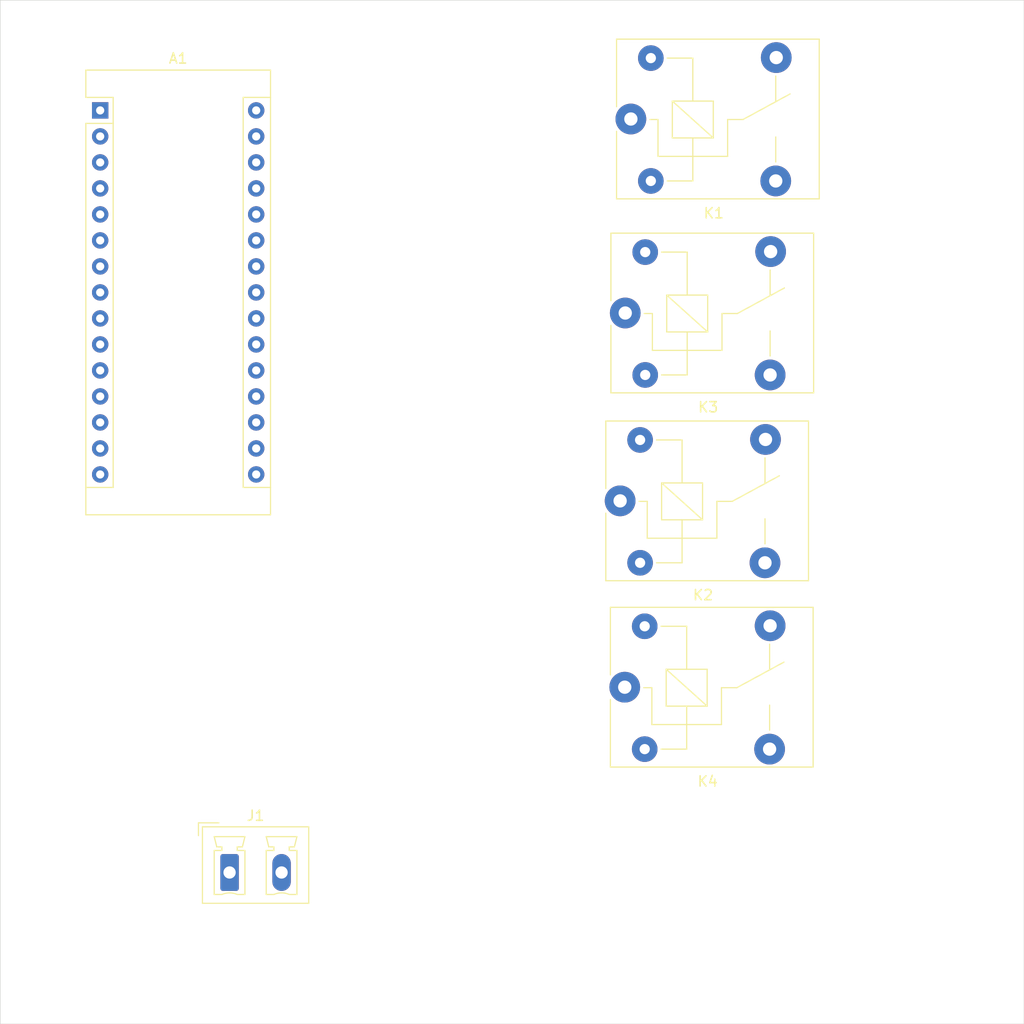
<source format=kicad_pcb>
(kicad_pcb (version 20171130) (host pcbnew 5.1.2-f72e74a~84~ubuntu18.04.1)

  (general
    (thickness 1.6)
    (drawings 4)
    (tracks 0)
    (zones 0)
    (modules 6)
    (nets 53)
  )

  (page A4)
  (layers
    (0 F.Cu signal)
    (31 B.Cu signal)
    (32 B.Adhes user)
    (33 F.Adhes user)
    (34 B.Paste user)
    (35 F.Paste user)
    (36 B.SilkS user)
    (37 F.SilkS user)
    (38 B.Mask user)
    (39 F.Mask user)
    (40 Dwgs.User user)
    (41 Cmts.User user)
    (42 Eco1.User user)
    (43 Eco2.User user)
    (44 Edge.Cuts user)
    (45 Margin user)
    (46 B.CrtYd user)
    (47 F.CrtYd user)
    (48 B.Fab user)
    (49 F.Fab user)
  )

  (setup
    (last_trace_width 0.25)
    (trace_clearance 0.2)
    (zone_clearance 0.508)
    (zone_45_only no)
    (trace_min 0.2)
    (via_size 0.8)
    (via_drill 0.4)
    (via_min_size 0.4)
    (via_min_drill 0.3)
    (uvia_size 0.3)
    (uvia_drill 0.1)
    (uvias_allowed no)
    (uvia_min_size 0.2)
    (uvia_min_drill 0.1)
    (edge_width 0.05)
    (segment_width 0.2)
    (pcb_text_width 0.3)
    (pcb_text_size 1.5 1.5)
    (mod_edge_width 0.12)
    (mod_text_size 1 1)
    (mod_text_width 0.15)
    (pad_size 1.524 1.524)
    (pad_drill 0.762)
    (pad_to_mask_clearance 0.051)
    (solder_mask_min_width 0.25)
    (aux_axis_origin 0 0)
    (visible_elements FFFFFF7F)
    (pcbplotparams
      (layerselection 0x010fc_ffffffff)
      (usegerberextensions false)
      (usegerberattributes false)
      (usegerberadvancedattributes false)
      (creategerberjobfile false)
      (excludeedgelayer true)
      (linewidth 0.100000)
      (plotframeref false)
      (viasonmask false)
      (mode 1)
      (useauxorigin false)
      (hpglpennumber 1)
      (hpglpenspeed 20)
      (hpglpendiameter 15.000000)
      (psnegative false)
      (psa4output false)
      (plotreference true)
      (plotvalue true)
      (plotinvisibletext false)
      (padsonsilk false)
      (subtractmaskfromsilk false)
      (outputformat 1)
      (mirror false)
      (drillshape 1)
      (scaleselection 1)
      (outputdirectory ""))
  )

  (net 0 "")
  (net 1 "Net-(A1-Pad16)")
  (net 2 "Net-(A1-Pad15)")
  (net 3 "Net-(A1-Pad30)")
  (net 4 "Net-(A1-Pad14)")
  (net 5 "Net-(A1-Pad29)")
  (net 6 "Net-(A1-Pad13)")
  (net 7 "Net-(A1-Pad28)")
  (net 8 "Net-(A1-Pad12)")
  (net 9 "Net-(A1-Pad27)")
  (net 10 "Net-(A1-Pad11)")
  (net 11 "Net-(A1-Pad26)")
  (net 12 "Net-(A1-Pad10)")
  (net 13 "Net-(A1-Pad25)")
  (net 14 "Net-(A1-Pad9)")
  (net 15 "Net-(A1-Pad24)")
  (net 16 "Net-(A1-Pad8)")
  (net 17 "Net-(A1-Pad23)")
  (net 18 "Net-(A1-Pad7)")
  (net 19 "Net-(A1-Pad22)")
  (net 20 "Net-(A1-Pad6)")
  (net 21 "Net-(A1-Pad21)")
  (net 22 "Net-(A1-Pad5)")
  (net 23 "Net-(A1-Pad20)")
  (net 24 "Net-(A1-Pad4)")
  (net 25 "Net-(A1-Pad19)")
  (net 26 "Net-(A1-Pad3)")
  (net 27 "Net-(A1-Pad18)")
  (net 28 "Net-(A1-Pad2)")
  (net 29 "Net-(A1-Pad17)")
  (net 30 "Net-(A1-Pad1)")
  (net 31 "Net-(K1-Pad1)")
  (net 32 "Net-(K1-Pad5)")
  (net 33 "Net-(K1-Pad4)")
  (net 34 "Net-(K1-Pad3)")
  (net 35 "Net-(K1-Pad2)")
  (net 36 "Net-(K2-Pad1)")
  (net 37 "Net-(K2-Pad5)")
  (net 38 "Net-(K2-Pad4)")
  (net 39 "Net-(K2-Pad3)")
  (net 40 "Net-(K2-Pad2)")
  (net 41 "Net-(K3-Pad1)")
  (net 42 "Net-(K3-Pad5)")
  (net 43 "Net-(K3-Pad4)")
  (net 44 "Net-(K3-Pad3)")
  (net 45 "Net-(K3-Pad2)")
  (net 46 "Net-(K4-Pad1)")
  (net 47 "Net-(K4-Pad5)")
  (net 48 "Net-(K4-Pad4)")
  (net 49 "Net-(K4-Pad3)")
  (net 50 "Net-(K4-Pad2)")
  (net 51 "Net-(J1-Pad2)")
  (net 52 "Net-(J1-Pad1)")

  (net_class Default "This is the default net class."
    (clearance 0.2)
    (trace_width 0.25)
    (via_dia 0.8)
    (via_drill 0.4)
    (uvia_dia 0.3)
    (uvia_drill 0.1)
    (add_net "Net-(A1-Pad1)")
    (add_net "Net-(A1-Pad10)")
    (add_net "Net-(A1-Pad11)")
    (add_net "Net-(A1-Pad12)")
    (add_net "Net-(A1-Pad13)")
    (add_net "Net-(A1-Pad14)")
    (add_net "Net-(A1-Pad15)")
    (add_net "Net-(A1-Pad16)")
    (add_net "Net-(A1-Pad17)")
    (add_net "Net-(A1-Pad18)")
    (add_net "Net-(A1-Pad19)")
    (add_net "Net-(A1-Pad2)")
    (add_net "Net-(A1-Pad20)")
    (add_net "Net-(A1-Pad21)")
    (add_net "Net-(A1-Pad22)")
    (add_net "Net-(A1-Pad23)")
    (add_net "Net-(A1-Pad24)")
    (add_net "Net-(A1-Pad25)")
    (add_net "Net-(A1-Pad26)")
    (add_net "Net-(A1-Pad27)")
    (add_net "Net-(A1-Pad28)")
    (add_net "Net-(A1-Pad29)")
    (add_net "Net-(A1-Pad3)")
    (add_net "Net-(A1-Pad30)")
    (add_net "Net-(A1-Pad4)")
    (add_net "Net-(A1-Pad5)")
    (add_net "Net-(A1-Pad6)")
    (add_net "Net-(A1-Pad7)")
    (add_net "Net-(A1-Pad8)")
    (add_net "Net-(A1-Pad9)")
    (add_net "Net-(J1-Pad1)")
    (add_net "Net-(J1-Pad2)")
    (add_net "Net-(K1-Pad1)")
    (add_net "Net-(K1-Pad2)")
    (add_net "Net-(K1-Pad3)")
    (add_net "Net-(K1-Pad4)")
    (add_net "Net-(K1-Pad5)")
    (add_net "Net-(K2-Pad1)")
    (add_net "Net-(K2-Pad2)")
    (add_net "Net-(K2-Pad3)")
    (add_net "Net-(K2-Pad4)")
    (add_net "Net-(K2-Pad5)")
    (add_net "Net-(K3-Pad1)")
    (add_net "Net-(K3-Pad2)")
    (add_net "Net-(K3-Pad3)")
    (add_net "Net-(K3-Pad4)")
    (add_net "Net-(K3-Pad5)")
    (add_net "Net-(K4-Pad1)")
    (add_net "Net-(K4-Pad2)")
    (add_net "Net-(K4-Pad3)")
    (add_net "Net-(K4-Pad4)")
    (add_net "Net-(K4-Pad5)")
  )

  (module Connector_Phoenix_MC_HighVoltage:PhoenixContact_MCV_1,5_2-G-5.08_1x02_P5.08mm_Vertical (layer F.Cu) (tedit 5B784ED3) (tstamp 5CC4AC0B)
    (at 102.4 135.2)
    (descr "Generic Phoenix Contact connector footprint for: MCV_1,5/2-G-5.08; number of pins: 02; pin pitch: 5.08mm; Vertical || order number: 1836299 8A 320V")
    (tags "phoenix_contact connector MCV_01x02_G_5.08mm")
    (path /5CC4B18F)
    (fp_text reference J1 (at 2.54 -5.55) (layer F.SilkS)
      (effects (font (size 1 1) (thickness 0.15)))
    )
    (fp_text value Screw_Terminal_01x02 (at 2.54 4.1) (layer F.Fab)
      (effects (font (size 1 1) (thickness 0.15)))
    )
    (fp_text user %R (at 2.54 -3.65) (layer F.Fab)
      (effects (font (size 1 1) (thickness 0.15)))
    )
    (fp_line (start -3.04 -4.85) (end -1.04 -4.85) (layer F.Fab) (width 0.1))
    (fp_line (start -3.04 -3.6) (end -3.04 -4.85) (layer F.Fab) (width 0.1))
    (fp_line (start -3.04 -4.85) (end -1.04 -4.85) (layer F.SilkS) (width 0.12))
    (fp_line (start -3.04 -3.6) (end -3.04 -4.85) (layer F.SilkS) (width 0.12))
    (fp_line (start 8.12 -4.85) (end -3.04 -4.85) (layer F.CrtYd) (width 0.05))
    (fp_line (start 8.12 3.4) (end 8.12 -4.85) (layer F.CrtYd) (width 0.05))
    (fp_line (start -3.04 3.4) (end 8.12 3.4) (layer F.CrtYd) (width 0.05))
    (fp_line (start -3.04 -4.85) (end -3.04 3.4) (layer F.CrtYd) (width 0.05))
    (fp_line (start 6.58 2.15) (end 5.83 2.15) (layer F.SilkS) (width 0.12))
    (fp_line (start 6.58 -2.15) (end 6.58 2.15) (layer F.SilkS) (width 0.12))
    (fp_line (start 5.83 -2.15) (end 6.58 -2.15) (layer F.SilkS) (width 0.12))
    (fp_line (start 5.83 -2.5) (end 5.83 -2.15) (layer F.SilkS) (width 0.12))
    (fp_line (start 6.33 -2.5) (end 5.83 -2.5) (layer F.SilkS) (width 0.12))
    (fp_line (start 6.58 -3.5) (end 6.33 -2.5) (layer F.SilkS) (width 0.12))
    (fp_line (start 3.58 -3.5) (end 6.58 -3.5) (layer F.SilkS) (width 0.12))
    (fp_line (start 3.83 -2.5) (end 3.58 -3.5) (layer F.SilkS) (width 0.12))
    (fp_line (start 4.33 -2.5) (end 3.83 -2.5) (layer F.SilkS) (width 0.12))
    (fp_line (start 4.33 -2.15) (end 4.33 -2.5) (layer F.SilkS) (width 0.12))
    (fp_line (start 3.58 -2.15) (end 4.33 -2.15) (layer F.SilkS) (width 0.12))
    (fp_line (start 3.58 2.15) (end 3.58 -2.15) (layer F.SilkS) (width 0.12))
    (fp_line (start 4.33 2.15) (end 3.58 2.15) (layer F.SilkS) (width 0.12))
    (fp_line (start 1.5 2.15) (end 0.75 2.15) (layer F.SilkS) (width 0.12))
    (fp_line (start 1.5 -2.15) (end 1.5 2.15) (layer F.SilkS) (width 0.12))
    (fp_line (start 0.75 -2.15) (end 1.5 -2.15) (layer F.SilkS) (width 0.12))
    (fp_line (start 0.75 -2.5) (end 0.75 -2.15) (layer F.SilkS) (width 0.12))
    (fp_line (start 1.25 -2.5) (end 0.75 -2.5) (layer F.SilkS) (width 0.12))
    (fp_line (start 1.5 -3.5) (end 1.25 -2.5) (layer F.SilkS) (width 0.12))
    (fp_line (start -1.5 -3.5) (end 1.5 -3.5) (layer F.SilkS) (width 0.12))
    (fp_line (start -1.25 -2.5) (end -1.5 -3.5) (layer F.SilkS) (width 0.12))
    (fp_line (start -0.75 -2.5) (end -1.25 -2.5) (layer F.SilkS) (width 0.12))
    (fp_line (start -0.75 -2.15) (end -0.75 -2.5) (layer F.SilkS) (width 0.12))
    (fp_line (start -1.5 -2.15) (end -0.75 -2.15) (layer F.SilkS) (width 0.12))
    (fp_line (start -1.5 2.15) (end -1.5 -2.15) (layer F.SilkS) (width 0.12))
    (fp_line (start -0.75 2.15) (end -1.5 2.15) (layer F.SilkS) (width 0.12))
    (fp_line (start 7.62 -4.35) (end -2.54 -4.35) (layer F.Fab) (width 0.1))
    (fp_line (start 7.62 2.9) (end 7.62 -4.35) (layer F.Fab) (width 0.1))
    (fp_line (start -2.54 2.9) (end 7.62 2.9) (layer F.Fab) (width 0.1))
    (fp_line (start -2.54 -4.35) (end -2.54 2.9) (layer F.Fab) (width 0.1))
    (fp_line (start 7.73 -4.46) (end -2.65 -4.46) (layer F.SilkS) (width 0.12))
    (fp_line (start 7.73 3.01) (end 7.73 -4.46) (layer F.SilkS) (width 0.12))
    (fp_line (start -2.65 3.01) (end 7.73 3.01) (layer F.SilkS) (width 0.12))
    (fp_line (start -2.65 -4.46) (end -2.65 3.01) (layer F.SilkS) (width 0.12))
    (fp_arc (start 5.08 3.85) (end 4.33 2.15) (angle 47.6) (layer F.SilkS) (width 0.12))
    (fp_arc (start 0 3.85) (end -0.75 2.15) (angle 47.6) (layer F.SilkS) (width 0.12))
    (pad 2 thru_hole oval (at 5.08 0) (size 1.8 3.6) (drill 1.2) (layers *.Cu *.Mask)
      (net 51 "Net-(J1-Pad2)"))
    (pad 1 thru_hole roundrect (at 0 0) (size 1.8 3.6) (drill 1.2) (layers *.Cu *.Mask) (roundrect_rratio 0.138889)
      (net 52 "Net-(J1-Pad1)"))
    (model ${KISYS3DMOD}/Connector_Phoenix_MC_HighVoltage.3dshapes/PhoenixContact_MCV_1,5_2-G-5.08_1x02_P5.08mm_Vertical.wrl
      (at (xyz 0 0 0))
      (scale (xyz 1 1 1))
      (rotate (xyz 0 0 0))
    )
  )

  (module Relay_THT:Relay_SPDT_SANYOU_SRD_Series_Form_C (layer F.Cu) (tedit 58FA3148) (tstamp 5CC4916B)
    (at 141 117.1)
    (descr "relay Sanyou SRD series Form C http://www.sanyourelay.ca/public/products/pdf/SRD.pdf")
    (tags "relay Sanyu SRD form C")
    (path /5CC3A0C3)
    (fp_text reference K4 (at 8.1 9.2) (layer F.SilkS)
      (effects (font (size 1 1) (thickness 0.15)))
    )
    (fp_text value SANYOU_SRD_Form_C (at 8 -9.6) (layer F.Fab)
      (effects (font (size 1 1) (thickness 0.15)))
    )
    (fp_line (start 8.05 1.85) (end 4.05 1.85) (layer F.SilkS) (width 0.12))
    (fp_line (start 8.05 -1.75) (end 8.05 1.85) (layer F.SilkS) (width 0.12))
    (fp_line (start 4.05 -1.75) (end 8.05 -1.75) (layer F.SilkS) (width 0.12))
    (fp_line (start 4.05 1.85) (end 4.05 -1.75) (layer F.SilkS) (width 0.12))
    (fp_line (start 8.05 1.85) (end 4.05 -1.75) (layer F.SilkS) (width 0.12))
    (fp_line (start 6.05 1.85) (end 6.05 6.05) (layer F.SilkS) (width 0.12))
    (fp_line (start 6.05 -5.95) (end 6.05 -1.75) (layer F.SilkS) (width 0.12))
    (fp_line (start 2.65 0.05) (end 2.65 3.65) (layer F.SilkS) (width 0.12))
    (fp_line (start 9.45 0.05) (end 9.45 3.65) (layer F.SilkS) (width 0.12))
    (fp_line (start 9.45 3.65) (end 2.65 3.65) (layer F.SilkS) (width 0.12))
    (fp_line (start 10.95 0.05) (end 15.55 -2.45) (layer F.SilkS) (width 0.12))
    (fp_line (start 9.45 0.05) (end 10.95 0.05) (layer F.SilkS) (width 0.12))
    (fp_line (start 6.05 -5.95) (end 3.55 -5.95) (layer F.SilkS) (width 0.12))
    (fp_line (start 2.65 0.05) (end 1.85 0.05) (layer F.SilkS) (width 0.12))
    (fp_line (start 3.55 6.05) (end 6.05 6.05) (layer F.SilkS) (width 0.12))
    (fp_line (start 14.15 -4.2) (end 14.15 -1.7) (layer F.SilkS) (width 0.12))
    (fp_line (start 14.15 4.2) (end 14.15 1.75) (layer F.SilkS) (width 0.12))
    (fp_line (start -1.55 7.95) (end 18.55 7.95) (layer F.CrtYd) (width 0.05))
    (fp_line (start 18.55 -7.95) (end 18.55 7.95) (layer F.CrtYd) (width 0.05))
    (fp_line (start -1.55 7.95) (end -1.55 -7.95) (layer F.CrtYd) (width 0.05))
    (fp_line (start 18.55 -7.95) (end -1.55 -7.95) (layer F.CrtYd) (width 0.05))
    (fp_text user %R (at 7.1 0.025) (layer F.Fab)
      (effects (font (size 1 1) (thickness 0.15)))
    )
    (fp_line (start -1.3 7.7) (end -1.3 -7.7) (layer F.Fab) (width 0.12))
    (fp_line (start 18.3 7.7) (end -1.3 7.7) (layer F.Fab) (width 0.12))
    (fp_line (start 18.3 -7.7) (end 18.3 7.7) (layer F.Fab) (width 0.12))
    (fp_line (start -1.3 -7.7) (end 18.3 -7.7) (layer F.Fab) (width 0.12))
    (fp_text user 1 (at 0 -2.3) (layer F.Fab)
      (effects (font (size 1 1) (thickness 0.15)))
    )
    (fp_line (start 18.4 7.8) (end -1.4 7.8) (layer F.SilkS) (width 0.12))
    (fp_line (start 18.4 -7.8) (end 18.4 7.8) (layer F.SilkS) (width 0.12))
    (fp_line (start -1.4 -7.8) (end 18.4 -7.8) (layer F.SilkS) (width 0.12))
    (fp_line (start -1.4 -7.8) (end -1.4 -1.2) (layer F.SilkS) (width 0.12))
    (fp_line (start -1.4 1.2) (end -1.4 7.8) (layer F.SilkS) (width 0.12))
    (pad 1 thru_hole circle (at 0 0 90) (size 3 3) (drill 1.3) (layers *.Cu *.Mask)
      (net 46 "Net-(K4-Pad1)"))
    (pad 5 thru_hole circle (at 1.95 -5.95 90) (size 2.5 2.5) (drill 1) (layers *.Cu *.Mask)
      (net 47 "Net-(K4-Pad5)"))
    (pad 4 thru_hole circle (at 14.2 -6 90) (size 3 3) (drill 1.3) (layers *.Cu *.Mask)
      (net 48 "Net-(K4-Pad4)"))
    (pad 3 thru_hole circle (at 14.15 6.05 90) (size 3 3) (drill 1.3) (layers *.Cu *.Mask)
      (net 49 "Net-(K4-Pad3)"))
    (pad 2 thru_hole circle (at 1.95 6.05 90) (size 2.5 2.5) (drill 1) (layers *.Cu *.Mask)
      (net 50 "Net-(K4-Pad2)"))
    (model ${KISYS3DMOD}/Relay_THT.3dshapes/Relay_SPDT_SANYOU_SRD_Series_Form_C.wrl
      (at (xyz 0 0 0))
      (scale (xyz 1 1 1))
      (rotate (xyz 0 0 0))
    )
  )

  (module Relay_THT:Relay_SPDT_SANYOU_SRD_Series_Form_C (layer F.Cu) (tedit 58FA3148) (tstamp 5CC49142)
    (at 141.05 80.55)
    (descr "relay Sanyou SRD series Form C http://www.sanyourelay.ca/public/products/pdf/SRD.pdf")
    (tags "relay Sanyu SRD form C")
    (path /5CC39846)
    (fp_text reference K3 (at 8.1 9.2) (layer F.SilkS)
      (effects (font (size 1 1) (thickness 0.15)))
    )
    (fp_text value SANYOU_SRD_Form_C (at 8 -9.6) (layer F.Fab)
      (effects (font (size 1 1) (thickness 0.15)))
    )
    (fp_line (start 8.05 1.85) (end 4.05 1.85) (layer F.SilkS) (width 0.12))
    (fp_line (start 8.05 -1.75) (end 8.05 1.85) (layer F.SilkS) (width 0.12))
    (fp_line (start 4.05 -1.75) (end 8.05 -1.75) (layer F.SilkS) (width 0.12))
    (fp_line (start 4.05 1.85) (end 4.05 -1.75) (layer F.SilkS) (width 0.12))
    (fp_line (start 8.05 1.85) (end 4.05 -1.75) (layer F.SilkS) (width 0.12))
    (fp_line (start 6.05 1.85) (end 6.05 6.05) (layer F.SilkS) (width 0.12))
    (fp_line (start 6.05 -5.95) (end 6.05 -1.75) (layer F.SilkS) (width 0.12))
    (fp_line (start 2.65 0.05) (end 2.65 3.65) (layer F.SilkS) (width 0.12))
    (fp_line (start 9.45 0.05) (end 9.45 3.65) (layer F.SilkS) (width 0.12))
    (fp_line (start 9.45 3.65) (end 2.65 3.65) (layer F.SilkS) (width 0.12))
    (fp_line (start 10.95 0.05) (end 15.55 -2.45) (layer F.SilkS) (width 0.12))
    (fp_line (start 9.45 0.05) (end 10.95 0.05) (layer F.SilkS) (width 0.12))
    (fp_line (start 6.05 -5.95) (end 3.55 -5.95) (layer F.SilkS) (width 0.12))
    (fp_line (start 2.65 0.05) (end 1.85 0.05) (layer F.SilkS) (width 0.12))
    (fp_line (start 3.55 6.05) (end 6.05 6.05) (layer F.SilkS) (width 0.12))
    (fp_line (start 14.15 -4.2) (end 14.15 -1.7) (layer F.SilkS) (width 0.12))
    (fp_line (start 14.15 4.2) (end 14.15 1.75) (layer F.SilkS) (width 0.12))
    (fp_line (start -1.55 7.95) (end 18.55 7.95) (layer F.CrtYd) (width 0.05))
    (fp_line (start 18.55 -7.95) (end 18.55 7.95) (layer F.CrtYd) (width 0.05))
    (fp_line (start -1.55 7.95) (end -1.55 -7.95) (layer F.CrtYd) (width 0.05))
    (fp_line (start 18.55 -7.95) (end -1.55 -7.95) (layer F.CrtYd) (width 0.05))
    (fp_text user %R (at 7.1 0.025) (layer F.Fab)
      (effects (font (size 1 1) (thickness 0.15)))
    )
    (fp_line (start -1.3 7.7) (end -1.3 -7.7) (layer F.Fab) (width 0.12))
    (fp_line (start 18.3 7.7) (end -1.3 7.7) (layer F.Fab) (width 0.12))
    (fp_line (start 18.3 -7.7) (end 18.3 7.7) (layer F.Fab) (width 0.12))
    (fp_line (start -1.3 -7.7) (end 18.3 -7.7) (layer F.Fab) (width 0.12))
    (fp_text user 1 (at 0 -2.3) (layer F.Fab)
      (effects (font (size 1 1) (thickness 0.15)))
    )
    (fp_line (start 18.4 7.8) (end -1.4 7.8) (layer F.SilkS) (width 0.12))
    (fp_line (start 18.4 -7.8) (end 18.4 7.8) (layer F.SilkS) (width 0.12))
    (fp_line (start -1.4 -7.8) (end 18.4 -7.8) (layer F.SilkS) (width 0.12))
    (fp_line (start -1.4 -7.8) (end -1.4 -1.2) (layer F.SilkS) (width 0.12))
    (fp_line (start -1.4 1.2) (end -1.4 7.8) (layer F.SilkS) (width 0.12))
    (pad 1 thru_hole circle (at 0 0 90) (size 3 3) (drill 1.3) (layers *.Cu *.Mask)
      (net 41 "Net-(K3-Pad1)"))
    (pad 5 thru_hole circle (at 1.95 -5.95 90) (size 2.5 2.5) (drill 1) (layers *.Cu *.Mask)
      (net 42 "Net-(K3-Pad5)"))
    (pad 4 thru_hole circle (at 14.2 -6 90) (size 3 3) (drill 1.3) (layers *.Cu *.Mask)
      (net 43 "Net-(K3-Pad4)"))
    (pad 3 thru_hole circle (at 14.15 6.05 90) (size 3 3) (drill 1.3) (layers *.Cu *.Mask)
      (net 44 "Net-(K3-Pad3)"))
    (pad 2 thru_hole circle (at 1.95 6.05 90) (size 2.5 2.5) (drill 1) (layers *.Cu *.Mask)
      (net 45 "Net-(K3-Pad2)"))
    (model ${KISYS3DMOD}/Relay_THT.3dshapes/Relay_SPDT_SANYOU_SRD_Series_Form_C.wrl
      (at (xyz 0 0 0))
      (scale (xyz 1 1 1))
      (rotate (xyz 0 0 0))
    )
  )

  (module Relay_THT:Relay_SPDT_SANYOU_SRD_Series_Form_C (layer F.Cu) (tedit 58FA3148) (tstamp 5CC49119)
    (at 140.55 98.9)
    (descr "relay Sanyou SRD series Form C http://www.sanyourelay.ca/public/products/pdf/SRD.pdf")
    (tags "relay Sanyu SRD form C")
    (path /5CC392A2)
    (fp_text reference K2 (at 8.1 9.2) (layer F.SilkS)
      (effects (font (size 1 1) (thickness 0.15)))
    )
    (fp_text value SANYOU_SRD_Form_C (at 8 -9.6) (layer F.Fab)
      (effects (font (size 1 1) (thickness 0.15)))
    )
    (fp_line (start 8.05 1.85) (end 4.05 1.85) (layer F.SilkS) (width 0.12))
    (fp_line (start 8.05 -1.75) (end 8.05 1.85) (layer F.SilkS) (width 0.12))
    (fp_line (start 4.05 -1.75) (end 8.05 -1.75) (layer F.SilkS) (width 0.12))
    (fp_line (start 4.05 1.85) (end 4.05 -1.75) (layer F.SilkS) (width 0.12))
    (fp_line (start 8.05 1.85) (end 4.05 -1.75) (layer F.SilkS) (width 0.12))
    (fp_line (start 6.05 1.85) (end 6.05 6.05) (layer F.SilkS) (width 0.12))
    (fp_line (start 6.05 -5.95) (end 6.05 -1.75) (layer F.SilkS) (width 0.12))
    (fp_line (start 2.65 0.05) (end 2.65 3.65) (layer F.SilkS) (width 0.12))
    (fp_line (start 9.45 0.05) (end 9.45 3.65) (layer F.SilkS) (width 0.12))
    (fp_line (start 9.45 3.65) (end 2.65 3.65) (layer F.SilkS) (width 0.12))
    (fp_line (start 10.95 0.05) (end 15.55 -2.45) (layer F.SilkS) (width 0.12))
    (fp_line (start 9.45 0.05) (end 10.95 0.05) (layer F.SilkS) (width 0.12))
    (fp_line (start 6.05 -5.95) (end 3.55 -5.95) (layer F.SilkS) (width 0.12))
    (fp_line (start 2.65 0.05) (end 1.85 0.05) (layer F.SilkS) (width 0.12))
    (fp_line (start 3.55 6.05) (end 6.05 6.05) (layer F.SilkS) (width 0.12))
    (fp_line (start 14.15 -4.2) (end 14.15 -1.7) (layer F.SilkS) (width 0.12))
    (fp_line (start 14.15 4.2) (end 14.15 1.75) (layer F.SilkS) (width 0.12))
    (fp_line (start -1.55 7.95) (end 18.55 7.95) (layer F.CrtYd) (width 0.05))
    (fp_line (start 18.55 -7.95) (end 18.55 7.95) (layer F.CrtYd) (width 0.05))
    (fp_line (start -1.55 7.95) (end -1.55 -7.95) (layer F.CrtYd) (width 0.05))
    (fp_line (start 18.55 -7.95) (end -1.55 -7.95) (layer F.CrtYd) (width 0.05))
    (fp_text user %R (at 7.1 0.025) (layer F.Fab)
      (effects (font (size 1 1) (thickness 0.15)))
    )
    (fp_line (start -1.3 7.7) (end -1.3 -7.7) (layer F.Fab) (width 0.12))
    (fp_line (start 18.3 7.7) (end -1.3 7.7) (layer F.Fab) (width 0.12))
    (fp_line (start 18.3 -7.7) (end 18.3 7.7) (layer F.Fab) (width 0.12))
    (fp_line (start -1.3 -7.7) (end 18.3 -7.7) (layer F.Fab) (width 0.12))
    (fp_text user 1 (at 0 -2.3) (layer F.Fab)
      (effects (font (size 1 1) (thickness 0.15)))
    )
    (fp_line (start 18.4 7.8) (end -1.4 7.8) (layer F.SilkS) (width 0.12))
    (fp_line (start 18.4 -7.8) (end 18.4 7.8) (layer F.SilkS) (width 0.12))
    (fp_line (start -1.4 -7.8) (end 18.4 -7.8) (layer F.SilkS) (width 0.12))
    (fp_line (start -1.4 -7.8) (end -1.4 -1.2) (layer F.SilkS) (width 0.12))
    (fp_line (start -1.4 1.2) (end -1.4 7.8) (layer F.SilkS) (width 0.12))
    (pad 1 thru_hole circle (at 0 0 90) (size 3 3) (drill 1.3) (layers *.Cu *.Mask)
      (net 36 "Net-(K2-Pad1)"))
    (pad 5 thru_hole circle (at 1.95 -5.95 90) (size 2.5 2.5) (drill 1) (layers *.Cu *.Mask)
      (net 37 "Net-(K2-Pad5)"))
    (pad 4 thru_hole circle (at 14.2 -6 90) (size 3 3) (drill 1.3) (layers *.Cu *.Mask)
      (net 38 "Net-(K2-Pad4)"))
    (pad 3 thru_hole circle (at 14.15 6.05 90) (size 3 3) (drill 1.3) (layers *.Cu *.Mask)
      (net 39 "Net-(K2-Pad3)"))
    (pad 2 thru_hole circle (at 1.95 6.05 90) (size 2.5 2.5) (drill 1) (layers *.Cu *.Mask)
      (net 40 "Net-(K2-Pad2)"))
    (model ${KISYS3DMOD}/Relay_THT.3dshapes/Relay_SPDT_SANYOU_SRD_Series_Form_C.wrl
      (at (xyz 0 0 0))
      (scale (xyz 1 1 1))
      (rotate (xyz 0 0 0))
    )
  )

  (module Relay_THT:Relay_SPDT_SANYOU_SRD_Series_Form_C (layer F.Cu) (tedit 58FA3148) (tstamp 5CC3964B)
    (at 141.6 61.6)
    (descr "relay Sanyou SRD series Form C http://www.sanyourelay.ca/public/products/pdf/SRD.pdf")
    (tags "relay Sanyu SRD form C")
    (path /5CC35D85)
    (fp_text reference K1 (at 8.1 9.2) (layer F.SilkS)
      (effects (font (size 1 1) (thickness 0.15)))
    )
    (fp_text value SANYOU_SRD_Form_C (at 8 -9.6) (layer F.Fab)
      (effects (font (size 1 1) (thickness 0.15)))
    )
    (fp_line (start 8.05 1.85) (end 4.05 1.85) (layer F.SilkS) (width 0.12))
    (fp_line (start 8.05 -1.75) (end 8.05 1.85) (layer F.SilkS) (width 0.12))
    (fp_line (start 4.05 -1.75) (end 8.05 -1.75) (layer F.SilkS) (width 0.12))
    (fp_line (start 4.05 1.85) (end 4.05 -1.75) (layer F.SilkS) (width 0.12))
    (fp_line (start 8.05 1.85) (end 4.05 -1.75) (layer F.SilkS) (width 0.12))
    (fp_line (start 6.05 1.85) (end 6.05 6.05) (layer F.SilkS) (width 0.12))
    (fp_line (start 6.05 -5.95) (end 6.05 -1.75) (layer F.SilkS) (width 0.12))
    (fp_line (start 2.65 0.05) (end 2.65 3.65) (layer F.SilkS) (width 0.12))
    (fp_line (start 9.45 0.05) (end 9.45 3.65) (layer F.SilkS) (width 0.12))
    (fp_line (start 9.45 3.65) (end 2.65 3.65) (layer F.SilkS) (width 0.12))
    (fp_line (start 10.95 0.05) (end 15.55 -2.45) (layer F.SilkS) (width 0.12))
    (fp_line (start 9.45 0.05) (end 10.95 0.05) (layer F.SilkS) (width 0.12))
    (fp_line (start 6.05 -5.95) (end 3.55 -5.95) (layer F.SilkS) (width 0.12))
    (fp_line (start 2.65 0.05) (end 1.85 0.05) (layer F.SilkS) (width 0.12))
    (fp_line (start 3.55 6.05) (end 6.05 6.05) (layer F.SilkS) (width 0.12))
    (fp_line (start 14.15 -4.2) (end 14.15 -1.7) (layer F.SilkS) (width 0.12))
    (fp_line (start 14.15 4.2) (end 14.15 1.75) (layer F.SilkS) (width 0.12))
    (fp_line (start -1.55 7.95) (end 18.55 7.95) (layer F.CrtYd) (width 0.05))
    (fp_line (start 18.55 -7.95) (end 18.55 7.95) (layer F.CrtYd) (width 0.05))
    (fp_line (start -1.55 7.95) (end -1.55 -7.95) (layer F.CrtYd) (width 0.05))
    (fp_line (start 18.55 -7.95) (end -1.55 -7.95) (layer F.CrtYd) (width 0.05))
    (fp_text user %R (at 7.1 0.025) (layer F.Fab)
      (effects (font (size 1 1) (thickness 0.15)))
    )
    (fp_line (start -1.3 7.7) (end -1.3 -7.7) (layer F.Fab) (width 0.12))
    (fp_line (start 18.3 7.7) (end -1.3 7.7) (layer F.Fab) (width 0.12))
    (fp_line (start 18.3 -7.7) (end 18.3 7.7) (layer F.Fab) (width 0.12))
    (fp_line (start -1.3 -7.7) (end 18.3 -7.7) (layer F.Fab) (width 0.12))
    (fp_text user 1 (at 0 -2.3) (layer F.Fab)
      (effects (font (size 1 1) (thickness 0.15)))
    )
    (fp_line (start 18.4 7.8) (end -1.4 7.8) (layer F.SilkS) (width 0.12))
    (fp_line (start 18.4 -7.8) (end 18.4 7.8) (layer F.SilkS) (width 0.12))
    (fp_line (start -1.4 -7.8) (end 18.4 -7.8) (layer F.SilkS) (width 0.12))
    (fp_line (start -1.4 -7.8) (end -1.4 -1.2) (layer F.SilkS) (width 0.12))
    (fp_line (start -1.4 1.2) (end -1.4 7.8) (layer F.SilkS) (width 0.12))
    (pad 1 thru_hole circle (at 0 0 90) (size 3 3) (drill 1.3) (layers *.Cu *.Mask)
      (net 31 "Net-(K1-Pad1)"))
    (pad 5 thru_hole circle (at 1.95 -5.95 90) (size 2.5 2.5) (drill 1) (layers *.Cu *.Mask)
      (net 32 "Net-(K1-Pad5)"))
    (pad 4 thru_hole circle (at 14.2 -6 90) (size 3 3) (drill 1.3) (layers *.Cu *.Mask)
      (net 33 "Net-(K1-Pad4)"))
    (pad 3 thru_hole circle (at 14.15 6.05 90) (size 3 3) (drill 1.3) (layers *.Cu *.Mask)
      (net 34 "Net-(K1-Pad3)"))
    (pad 2 thru_hole circle (at 1.95 6.05 90) (size 2.5 2.5) (drill 1) (layers *.Cu *.Mask)
      (net 35 "Net-(K1-Pad2)"))
    (model ${KISYS3DMOD}/Relay_THT.3dshapes/Relay_SPDT_SANYOU_SRD_Series_Form_C.wrl
      (at (xyz 0 0 0))
      (scale (xyz 1 1 1))
      (rotate (xyz 0 0 0))
    )
  )

  (module Module:Arduino_Nano (layer F.Cu) (tedit 58ACAF70) (tstamp 5CC3944F)
    (at 89.76 60.76)
    (descr "Arduino Nano, http://www.mouser.com/pdfdocs/Gravitech_Arduino_Nano3_0.pdf")
    (tags "Arduino Nano")
    (path /5CC346B9)
    (fp_text reference A1 (at 7.62 -5.08) (layer F.SilkS)
      (effects (font (size 1 1) (thickness 0.15)))
    )
    (fp_text value Arduino_Nano_v3.x (at 8.89 19.05 90) (layer F.Fab)
      (effects (font (size 1 1) (thickness 0.15)))
    )
    (fp_line (start 16.75 42.16) (end -1.53 42.16) (layer F.CrtYd) (width 0.05))
    (fp_line (start 16.75 42.16) (end 16.75 -4.06) (layer F.CrtYd) (width 0.05))
    (fp_line (start -1.53 -4.06) (end -1.53 42.16) (layer F.CrtYd) (width 0.05))
    (fp_line (start -1.53 -4.06) (end 16.75 -4.06) (layer F.CrtYd) (width 0.05))
    (fp_line (start 16.51 -3.81) (end 16.51 39.37) (layer F.Fab) (width 0.1))
    (fp_line (start 0 -3.81) (end 16.51 -3.81) (layer F.Fab) (width 0.1))
    (fp_line (start -1.27 -2.54) (end 0 -3.81) (layer F.Fab) (width 0.1))
    (fp_line (start -1.27 39.37) (end -1.27 -2.54) (layer F.Fab) (width 0.1))
    (fp_line (start 16.51 39.37) (end -1.27 39.37) (layer F.Fab) (width 0.1))
    (fp_line (start 16.64 -3.94) (end -1.4 -3.94) (layer F.SilkS) (width 0.12))
    (fp_line (start 16.64 39.5) (end 16.64 -3.94) (layer F.SilkS) (width 0.12))
    (fp_line (start -1.4 39.5) (end 16.64 39.5) (layer F.SilkS) (width 0.12))
    (fp_line (start 3.81 41.91) (end 3.81 31.75) (layer F.Fab) (width 0.1))
    (fp_line (start 11.43 41.91) (end 3.81 41.91) (layer F.Fab) (width 0.1))
    (fp_line (start 11.43 31.75) (end 11.43 41.91) (layer F.Fab) (width 0.1))
    (fp_line (start 3.81 31.75) (end 11.43 31.75) (layer F.Fab) (width 0.1))
    (fp_line (start 1.27 36.83) (end -1.4 36.83) (layer F.SilkS) (width 0.12))
    (fp_line (start 1.27 1.27) (end 1.27 36.83) (layer F.SilkS) (width 0.12))
    (fp_line (start 1.27 1.27) (end -1.4 1.27) (layer F.SilkS) (width 0.12))
    (fp_line (start 13.97 36.83) (end 16.64 36.83) (layer F.SilkS) (width 0.12))
    (fp_line (start 13.97 -1.27) (end 13.97 36.83) (layer F.SilkS) (width 0.12))
    (fp_line (start 13.97 -1.27) (end 16.64 -1.27) (layer F.SilkS) (width 0.12))
    (fp_line (start -1.4 -3.94) (end -1.4 -1.27) (layer F.SilkS) (width 0.12))
    (fp_line (start -1.4 1.27) (end -1.4 39.5) (layer F.SilkS) (width 0.12))
    (fp_line (start 1.27 -1.27) (end -1.4 -1.27) (layer F.SilkS) (width 0.12))
    (fp_line (start 1.27 1.27) (end 1.27 -1.27) (layer F.SilkS) (width 0.12))
    (fp_text user %R (at 6.35 19.05 90) (layer F.Fab)
      (effects (font (size 1 1) (thickness 0.15)))
    )
    (pad 16 thru_hole oval (at 15.24 35.56) (size 1.6 1.6) (drill 0.8) (layers *.Cu *.Mask)
      (net 1 "Net-(A1-Pad16)"))
    (pad 15 thru_hole oval (at 0 35.56) (size 1.6 1.6) (drill 0.8) (layers *.Cu *.Mask)
      (net 2 "Net-(A1-Pad15)"))
    (pad 30 thru_hole oval (at 15.24 0) (size 1.6 1.6) (drill 0.8) (layers *.Cu *.Mask)
      (net 3 "Net-(A1-Pad30)"))
    (pad 14 thru_hole oval (at 0 33.02) (size 1.6 1.6) (drill 0.8) (layers *.Cu *.Mask)
      (net 4 "Net-(A1-Pad14)"))
    (pad 29 thru_hole oval (at 15.24 2.54) (size 1.6 1.6) (drill 0.8) (layers *.Cu *.Mask)
      (net 5 "Net-(A1-Pad29)"))
    (pad 13 thru_hole oval (at 0 30.48) (size 1.6 1.6) (drill 0.8) (layers *.Cu *.Mask)
      (net 6 "Net-(A1-Pad13)"))
    (pad 28 thru_hole oval (at 15.24 5.08) (size 1.6 1.6) (drill 0.8) (layers *.Cu *.Mask)
      (net 7 "Net-(A1-Pad28)"))
    (pad 12 thru_hole oval (at 0 27.94) (size 1.6 1.6) (drill 0.8) (layers *.Cu *.Mask)
      (net 8 "Net-(A1-Pad12)"))
    (pad 27 thru_hole oval (at 15.24 7.62) (size 1.6 1.6) (drill 0.8) (layers *.Cu *.Mask)
      (net 9 "Net-(A1-Pad27)"))
    (pad 11 thru_hole oval (at 0 25.4) (size 1.6 1.6) (drill 0.8) (layers *.Cu *.Mask)
      (net 10 "Net-(A1-Pad11)"))
    (pad 26 thru_hole oval (at 15.24 10.16) (size 1.6 1.6) (drill 0.8) (layers *.Cu *.Mask)
      (net 11 "Net-(A1-Pad26)"))
    (pad 10 thru_hole oval (at 0 22.86) (size 1.6 1.6) (drill 0.8) (layers *.Cu *.Mask)
      (net 12 "Net-(A1-Pad10)"))
    (pad 25 thru_hole oval (at 15.24 12.7) (size 1.6 1.6) (drill 0.8) (layers *.Cu *.Mask)
      (net 13 "Net-(A1-Pad25)"))
    (pad 9 thru_hole oval (at 0 20.32) (size 1.6 1.6) (drill 0.8) (layers *.Cu *.Mask)
      (net 14 "Net-(A1-Pad9)"))
    (pad 24 thru_hole oval (at 15.24 15.24) (size 1.6 1.6) (drill 0.8) (layers *.Cu *.Mask)
      (net 15 "Net-(A1-Pad24)"))
    (pad 8 thru_hole oval (at 0 17.78) (size 1.6 1.6) (drill 0.8) (layers *.Cu *.Mask)
      (net 16 "Net-(A1-Pad8)"))
    (pad 23 thru_hole oval (at 15.24 17.78) (size 1.6 1.6) (drill 0.8) (layers *.Cu *.Mask)
      (net 17 "Net-(A1-Pad23)"))
    (pad 7 thru_hole oval (at 0 15.24) (size 1.6 1.6) (drill 0.8) (layers *.Cu *.Mask)
      (net 18 "Net-(A1-Pad7)"))
    (pad 22 thru_hole oval (at 15.24 20.32) (size 1.6 1.6) (drill 0.8) (layers *.Cu *.Mask)
      (net 19 "Net-(A1-Pad22)"))
    (pad 6 thru_hole oval (at 0 12.7) (size 1.6 1.6) (drill 0.8) (layers *.Cu *.Mask)
      (net 20 "Net-(A1-Pad6)"))
    (pad 21 thru_hole oval (at 15.24 22.86) (size 1.6 1.6) (drill 0.8) (layers *.Cu *.Mask)
      (net 21 "Net-(A1-Pad21)"))
    (pad 5 thru_hole oval (at 0 10.16) (size 1.6 1.6) (drill 0.8) (layers *.Cu *.Mask)
      (net 22 "Net-(A1-Pad5)"))
    (pad 20 thru_hole oval (at 15.24 25.4) (size 1.6 1.6) (drill 0.8) (layers *.Cu *.Mask)
      (net 23 "Net-(A1-Pad20)"))
    (pad 4 thru_hole oval (at 0 7.62) (size 1.6 1.6) (drill 0.8) (layers *.Cu *.Mask)
      (net 24 "Net-(A1-Pad4)"))
    (pad 19 thru_hole oval (at 15.24 27.94) (size 1.6 1.6) (drill 0.8) (layers *.Cu *.Mask)
      (net 25 "Net-(A1-Pad19)"))
    (pad 3 thru_hole oval (at 0 5.08) (size 1.6 1.6) (drill 0.8) (layers *.Cu *.Mask)
      (net 26 "Net-(A1-Pad3)"))
    (pad 18 thru_hole oval (at 15.24 30.48) (size 1.6 1.6) (drill 0.8) (layers *.Cu *.Mask)
      (net 27 "Net-(A1-Pad18)"))
    (pad 2 thru_hole oval (at 0 2.54) (size 1.6 1.6) (drill 0.8) (layers *.Cu *.Mask)
      (net 28 "Net-(A1-Pad2)"))
    (pad 17 thru_hole oval (at 15.24 33.02) (size 1.6 1.6) (drill 0.8) (layers *.Cu *.Mask)
      (net 29 "Net-(A1-Pad17)"))
    (pad 1 thru_hole rect (at 0 0) (size 1.6 1.6) (drill 0.8) (layers *.Cu *.Mask)
      (net 30 "Net-(A1-Pad1)"))
    (model ${KISYS3DMOD}/Module.3dshapes/Arduino_Nano_WithMountingHoles.wrl
      (at (xyz 0 0 0))
      (scale (xyz 1 1 1))
      (rotate (xyz 0 0 0))
    )
  )

  (gr_line (start 80 150) (end 80 50) (layer Edge.Cuts) (width 0.05) (tstamp 5CC392E4))
  (gr_line (start 180 150) (end 80 150) (layer Edge.Cuts) (width 0.05))
  (gr_line (start 180 50) (end 180 150) (layer Edge.Cuts) (width 0.05))
  (gr_line (start 80 50) (end 180 50) (layer Edge.Cuts) (width 0.05))

)

</source>
